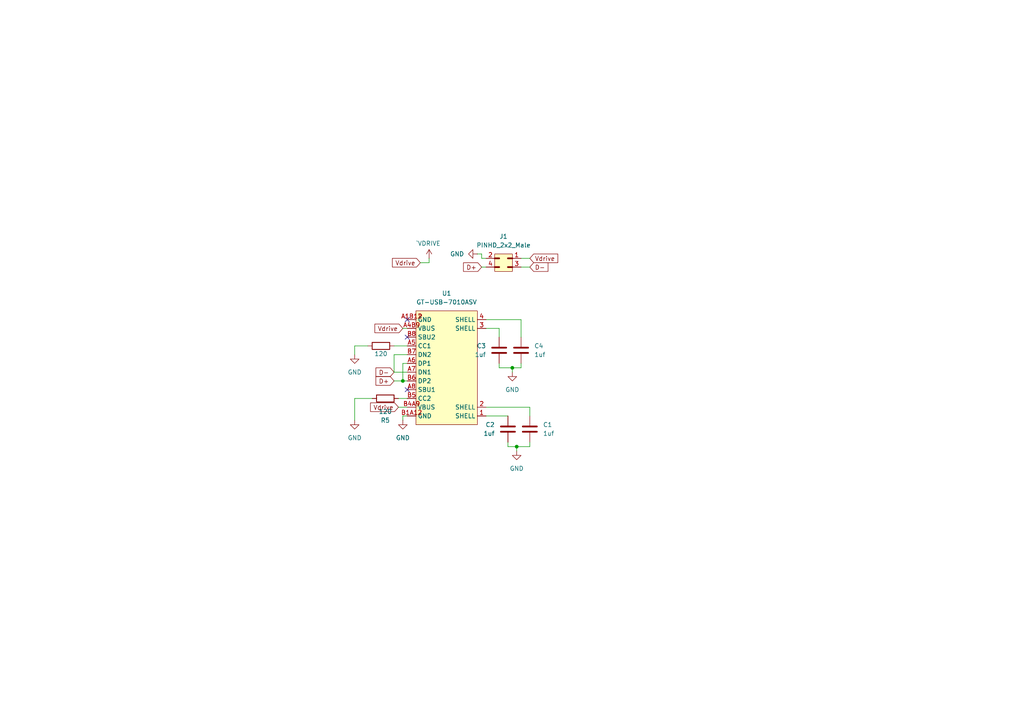
<source format=kicad_sch>
(kicad_sch
	(version 20250114)
	(generator "eeschema")
	(generator_version "9.0")
	(uuid "a11c3e2f-3d6f-4449-8a22-71a3edacc0ab")
	(paper "A4")
	(lib_symbols
		(symbol "Device:C"
			(pin_numbers
				(hide yes)
			)
			(pin_names
				(offset 0.254)
			)
			(exclude_from_sim no)
			(in_bom yes)
			(on_board yes)
			(property "Reference" "C"
				(at 0.635 2.54 0)
				(effects
					(font
						(size 1.27 1.27)
					)
					(justify left)
				)
			)
			(property "Value" "C"
				(at 0.635 -2.54 0)
				(effects
					(font
						(size 1.27 1.27)
					)
					(justify left)
				)
			)
			(property "Footprint" ""
				(at 0.9652 -3.81 0)
				(effects
					(font
						(size 1.27 1.27)
					)
					(hide yes)
				)
			)
			(property "Datasheet" "~"
				(at 0 0 0)
				(effects
					(font
						(size 1.27 1.27)
					)
					(hide yes)
				)
			)
			(property "Description" "Unpolarized capacitor"
				(at 0 0 0)
				(effects
					(font
						(size 1.27 1.27)
					)
					(hide yes)
				)
			)
			(property "ki_keywords" "cap capacitor"
				(at 0 0 0)
				(effects
					(font
						(size 1.27 1.27)
					)
					(hide yes)
				)
			)
			(property "ki_fp_filters" "C_*"
				(at 0 0 0)
				(effects
					(font
						(size 1.27 1.27)
					)
					(hide yes)
				)
			)
			(symbol "C_0_1"
				(polyline
					(pts
						(xy -2.032 0.762) (xy 2.032 0.762)
					)
					(stroke
						(width 0.508)
						(type default)
					)
					(fill
						(type none)
					)
				)
				(polyline
					(pts
						(xy -2.032 -0.762) (xy 2.032 -0.762)
					)
					(stroke
						(width 0.508)
						(type default)
					)
					(fill
						(type none)
					)
				)
			)
			(symbol "C_1_1"
				(pin passive line
					(at 0 3.81 270)
					(length 2.794)
					(name "~"
						(effects
							(font
								(size 1.27 1.27)
							)
						)
					)
					(number "1"
						(effects
							(font
								(size 1.27 1.27)
							)
						)
					)
				)
				(pin passive line
					(at 0 -3.81 90)
					(length 2.794)
					(name "~"
						(effects
							(font
								(size 1.27 1.27)
							)
						)
					)
					(number "2"
						(effects
							(font
								(size 1.27 1.27)
							)
						)
					)
				)
			)
			(embedded_fonts no)
		)
		(symbol "Device:R"
			(pin_numbers
				(hide yes)
			)
			(pin_names
				(offset 0)
			)
			(exclude_from_sim no)
			(in_bom yes)
			(on_board yes)
			(property "Reference" "R"
				(at 2.032 0 90)
				(effects
					(font
						(size 1.27 1.27)
					)
				)
			)
			(property "Value" "R"
				(at 0 0 90)
				(effects
					(font
						(size 1.27 1.27)
					)
				)
			)
			(property "Footprint" ""
				(at -1.778 0 90)
				(effects
					(font
						(size 1.27 1.27)
					)
					(hide yes)
				)
			)
			(property "Datasheet" "~"
				(at 0 0 0)
				(effects
					(font
						(size 1.27 1.27)
					)
					(hide yes)
				)
			)
			(property "Description" "Resistor"
				(at 0 0 0)
				(effects
					(font
						(size 1.27 1.27)
					)
					(hide yes)
				)
			)
			(property "ki_keywords" "R res resistor"
				(at 0 0 0)
				(effects
					(font
						(size 1.27 1.27)
					)
					(hide yes)
				)
			)
			(property "ki_fp_filters" "R_*"
				(at 0 0 0)
				(effects
					(font
						(size 1.27 1.27)
					)
					(hide yes)
				)
			)
			(symbol "R_0_1"
				(rectangle
					(start -1.016 -2.54)
					(end 1.016 2.54)
					(stroke
						(width 0.254)
						(type default)
					)
					(fill
						(type none)
					)
				)
			)
			(symbol "R_1_1"
				(pin passive line
					(at 0 3.81 270)
					(length 1.27)
					(name "~"
						(effects
							(font
								(size 1.27 1.27)
							)
						)
					)
					(number "1"
						(effects
							(font
								(size 1.27 1.27)
							)
						)
					)
				)
				(pin passive line
					(at 0 -3.81 90)
					(length 1.27)
					(name "~"
						(effects
							(font
								(size 1.27 1.27)
							)
						)
					)
					(number "2"
						(effects
							(font
								(size 1.27 1.27)
							)
						)
					)
				)
			)
			(embedded_fonts no)
		)
		(symbol "EasyEDA:GND"
			(power)
			(pin_numbers
				(hide yes)
			)
			(pin_names
				(offset 0)
				(hide yes)
			)
			(exclude_from_sim no)
			(in_bom yes)
			(on_board yes)
			(property "Reference" "#PWR"
				(at 0 -6.35 0)
				(effects
					(font
						(size 1.27 1.27)
					)
					(hide yes)
				)
			)
			(property "Value" "GND"
				(at 0 -3.81 0)
				(effects
					(font
						(size 1.27 1.27)
					)
				)
			)
			(property "Footprint" ""
				(at 0 0 0)
				(effects
					(font
						(size 1.27 1.27)
					)
					(hide yes)
				)
			)
			(property "Datasheet" ""
				(at 0 0 0)
				(effects
					(font
						(size 1.27 1.27)
					)
					(hide yes)
				)
			)
			(property "Description" "Power symbol creates a global label with name \"GND\" , ground"
				(at 0 0 0)
				(effects
					(font
						(size 1.27 1.27)
					)
					(hide yes)
				)
			)
			(property "ki_keywords" "global power"
				(at 0 0 0)
				(effects
					(font
						(size 1.27 1.27)
					)
					(hide yes)
				)
			)
			(symbol "GND_0_1"
				(polyline
					(pts
						(xy 0 0) (xy 0 -1.27) (xy 1.27 -1.27) (xy 0 -2.54) (xy -1.27 -1.27) (xy 0 -1.27)
					)
					(stroke
						(width 0)
						(type default)
					)
					(fill
						(type none)
					)
				)
			)
			(symbol "GND_1_1"
				(pin power_in line
					(at 0 0 270)
					(length 0)
					(name "~"
						(effects
							(font
								(size 1.27 1.27)
							)
						)
					)
					(number "1"
						(effects
							(font
								(size 1.27 1.27)
							)
						)
					)
				)
			)
			(embedded_fonts no)
		)
		(symbol "EasyEDA:GT-USB-7010ASV"
			(exclude_from_sim no)
			(in_bom yes)
			(on_board yes)
			(property "Reference" "U"
				(at 0 20.32 0)
				(effects
					(font
						(size 1.27 1.27)
					)
				)
			)
			(property "Value" "GT-USB-7010ASV"
				(at 0 -17.78 0)
				(effects
					(font
						(size 1.27 1.27)
					)
				)
			)
			(property "Footprint" "EasyEDA:USB-C-SMD_G-SWITCH_GT-USB-7010ASV"
				(at 0 -20.32 0)
				(effects
					(font
						(size 1.27 1.27)
					)
					(hide yes)
				)
			)
			(property "Datasheet" ""
				(at 0 0 0)
				(effects
					(font
						(size 1.27 1.27)
					)
					(hide yes)
				)
			)
			(property "Description" ""
				(at 0 0 0)
				(effects
					(font
						(size 1.27 1.27)
					)
					(hide yes)
				)
			)
			(property "LCSC Part" "C2988369"
				(at 0 -22.86 0)
				(effects
					(font
						(size 1.27 1.27)
					)
					(hide yes)
				)
			)
			(symbol "GT-USB-7010ASV_0_1"
				(rectangle
					(start -10.16 17.78)
					(end 7.62 -15.24)
					(stroke
						(width 0)
						(type default)
					)
					(fill
						(type background)
					)
				)
				(circle
					(center -8.89 16.51)
					(radius 0.38)
					(stroke
						(width 0)
						(type default)
					)
					(fill
						(type none)
					)
				)
				(pin unspecified line
					(at -12.7 15.24 0)
					(length 2.54)
					(name "GND"
						(effects
							(font
								(size 1.27 1.27)
							)
						)
					)
					(number "A1B12"
						(effects
							(font
								(size 1.27 1.27)
							)
						)
					)
				)
				(pin unspecified line
					(at -12.7 12.7 0)
					(length 2.54)
					(name "VBUS"
						(effects
							(font
								(size 1.27 1.27)
							)
						)
					)
					(number "A4B9"
						(effects
							(font
								(size 1.27 1.27)
							)
						)
					)
				)
				(pin unspecified line
					(at -12.7 10.16 0)
					(length 2.54)
					(name "SBU2"
						(effects
							(font
								(size 1.27 1.27)
							)
						)
					)
					(number "B8"
						(effects
							(font
								(size 1.27 1.27)
							)
						)
					)
				)
				(pin unspecified line
					(at -12.7 7.62 0)
					(length 2.54)
					(name "CC1"
						(effects
							(font
								(size 1.27 1.27)
							)
						)
					)
					(number "A5"
						(effects
							(font
								(size 1.27 1.27)
							)
						)
					)
				)
				(pin unspecified line
					(at -12.7 5.08 0)
					(length 2.54)
					(name "DN2"
						(effects
							(font
								(size 1.27 1.27)
							)
						)
					)
					(number "B7"
						(effects
							(font
								(size 1.27 1.27)
							)
						)
					)
				)
				(pin unspecified line
					(at -12.7 2.54 0)
					(length 2.54)
					(name "DP1"
						(effects
							(font
								(size 1.27 1.27)
							)
						)
					)
					(number "A6"
						(effects
							(font
								(size 1.27 1.27)
							)
						)
					)
				)
				(pin unspecified line
					(at -12.7 0 0)
					(length 2.54)
					(name "DN1"
						(effects
							(font
								(size 1.27 1.27)
							)
						)
					)
					(number "A7"
						(effects
							(font
								(size 1.27 1.27)
							)
						)
					)
				)
				(pin unspecified line
					(at -12.7 -2.54 0)
					(length 2.54)
					(name "DP2"
						(effects
							(font
								(size 1.27 1.27)
							)
						)
					)
					(number "B6"
						(effects
							(font
								(size 1.27 1.27)
							)
						)
					)
				)
				(pin unspecified line
					(at -12.7 -5.08 0)
					(length 2.54)
					(name "SBU1"
						(effects
							(font
								(size 1.27 1.27)
							)
						)
					)
					(number "A8"
						(effects
							(font
								(size 1.27 1.27)
							)
						)
					)
				)
				(pin unspecified line
					(at -12.7 -7.62 0)
					(length 2.54)
					(name "CC2"
						(effects
							(font
								(size 1.27 1.27)
							)
						)
					)
					(number "B5"
						(effects
							(font
								(size 1.27 1.27)
							)
						)
					)
				)
				(pin unspecified line
					(at -12.7 -10.16 0)
					(length 2.54)
					(name "VBUS"
						(effects
							(font
								(size 1.27 1.27)
							)
						)
					)
					(number "B4A9"
						(effects
							(font
								(size 1.27 1.27)
							)
						)
					)
				)
				(pin unspecified line
					(at -12.7 -12.7 0)
					(length 2.54)
					(name "GND"
						(effects
							(font
								(size 1.27 1.27)
							)
						)
					)
					(number "B1A12"
						(effects
							(font
								(size 1.27 1.27)
							)
						)
					)
				)
				(pin unspecified line
					(at 10.16 15.24 180)
					(length 2.54)
					(name "SHELL"
						(effects
							(font
								(size 1.27 1.27)
							)
						)
					)
					(number "4"
						(effects
							(font
								(size 1.27 1.27)
							)
						)
					)
				)
				(pin unspecified line
					(at 10.16 12.7 180)
					(length 2.54)
					(name "SHELL"
						(effects
							(font
								(size 1.27 1.27)
							)
						)
					)
					(number "3"
						(effects
							(font
								(size 1.27 1.27)
							)
						)
					)
				)
				(pin unspecified line
					(at 10.16 -10.16 180)
					(length 2.54)
					(name "SHELL"
						(effects
							(font
								(size 1.27 1.27)
							)
						)
					)
					(number "2"
						(effects
							(font
								(size 1.27 1.27)
							)
						)
					)
				)
				(pin unspecified line
					(at 10.16 -12.7 180)
					(length 2.54)
					(name "SHELL"
						(effects
							(font
								(size 1.27 1.27)
							)
						)
					)
					(number "1"
						(effects
							(font
								(size 1.27 1.27)
							)
						)
					)
				)
			)
			(embedded_fonts no)
		)
		(symbol "PCM_SL_Pin_Headers:PINHD_2x2_Male"
			(exclude_from_sim no)
			(in_bom yes)
			(on_board yes)
			(property "Reference" "J"
				(at -1.27 6.35 0)
				(effects
					(font
						(size 1.27 1.27)
					)
				)
			)
			(property "Value" "PINHD_2x2_Male"
				(at -1.27 3.81 0)
				(effects
					(font
						(size 1.27 1.27)
					)
				)
			)
			(property "Footprint" "Connector_PinHeader_2.54mm:PinHeader_2x02_P2.54mm_Vertical"
				(at 0 -3.81 0)
				(effects
					(font
						(size 1.27 1.27)
					)
					(hide yes)
				)
			)
			(property "Datasheet" ""
				(at -1.27 7.62 0)
				(effects
					(font
						(size 1.27 1.27)
					)
					(hide yes)
				)
			)
			(property "Description" "Pin Header male with pin space 2.54mm. Pin Count -4"
				(at 0 0 0)
				(effects
					(font
						(size 1.27 1.27)
					)
					(hide yes)
				)
			)
			(property "ki_keywords" "Pin Header"
				(at 0 0 0)
				(effects
					(font
						(size 1.27 1.27)
					)
					(hide yes)
				)
			)
			(property "ki_fp_filters" "PinHeader_2x02_P2.54mm*"
				(at 0 0 0)
				(effects
					(font
						(size 1.27 1.27)
					)
					(hide yes)
				)
			)
			(symbol "PINHD_2x2_Male_0_1"
				(rectangle
					(start -2.54 2.54)
					(end 2.54 -2.54)
					(stroke
						(width 0)
						(type default)
					)
					(fill
						(type background)
					)
				)
				(polyline
					(pts
						(xy -2.54 1.27) (xy -1.27 1.27)
					)
					(stroke
						(width 0.5)
						(type default)
					)
					(fill
						(type none)
					)
				)
				(polyline
					(pts
						(xy -2.54 -1.27) (xy -1.27 -1.27)
					)
					(stroke
						(width 0.3)
						(type default)
					)
					(fill
						(type none)
					)
				)
				(polyline
					(pts
						(xy -2.54 -1.27) (xy -1.27 -1.27)
					)
					(stroke
						(width 0.5)
						(type default)
					)
					(fill
						(type none)
					)
				)
				(polyline
					(pts
						(xy 1.27 1.27) (xy 2.54 1.27)
					)
					(stroke
						(width 0.5)
						(type default)
					)
					(fill
						(type none)
					)
				)
				(polyline
					(pts
						(xy 1.27 -1.27) (xy 2.54 -1.27)
					)
					(stroke
						(width 0.5)
						(type default)
					)
					(fill
						(type none)
					)
				)
			)
			(symbol "PINHD_2x2_Male_1_1"
				(pin passive line
					(at -5.08 1.27 0)
					(length 2.54)
					(name ""
						(effects
							(font
								(size 1.27 1.27)
							)
						)
					)
					(number "1"
						(effects
							(font
								(size 1.27 1.27)
							)
						)
					)
				)
				(pin passive line
					(at -5.08 -1.27 0)
					(length 2.54)
					(name ""
						(effects
							(font
								(size 1.27 1.27)
							)
						)
					)
					(number "3"
						(effects
							(font
								(size 1.27 1.27)
							)
						)
					)
				)
				(pin passive line
					(at 5.08 1.27 180)
					(length 2.54)
					(name ""
						(effects
							(font
								(size 1.27 1.27)
							)
						)
					)
					(number "2"
						(effects
							(font
								(size 1.27 1.27)
							)
						)
					)
				)
				(pin passive line
					(at 5.08 -1.27 180)
					(length 2.54)
					(name ""
						(effects
							(font
								(size 1.27 1.27)
							)
						)
					)
					(number "4"
						(effects
							(font
								(size 1.27 1.27)
							)
						)
					)
				)
			)
			(embedded_fonts no)
		)
		(symbol "power:+5V"
			(power)
			(pin_numbers
				(hide yes)
			)
			(pin_names
				(offset 0)
				(hide yes)
			)
			(exclude_from_sim no)
			(in_bom yes)
			(on_board yes)
			(property "Reference" "#PWR"
				(at 0 -3.81 0)
				(effects
					(font
						(size 1.27 1.27)
					)
					(hide yes)
				)
			)
			(property "Value" "+5V"
				(at 0 3.556 0)
				(effects
					(font
						(size 1.27 1.27)
					)
				)
			)
			(property "Footprint" ""
				(at 0 0 0)
				(effects
					(font
						(size 1.27 1.27)
					)
					(hide yes)
				)
			)
			(property "Datasheet" ""
				(at 0 0 0)
				(effects
					(font
						(size 1.27 1.27)
					)
					(hide yes)
				)
			)
			(property "Description" "Power symbol creates a global label with name \"+5V\""
				(at 0 0 0)
				(effects
					(font
						(size 1.27 1.27)
					)
					(hide yes)
				)
			)
			(property "ki_keywords" "global power"
				(at 0 0 0)
				(effects
					(font
						(size 1.27 1.27)
					)
					(hide yes)
				)
			)
			(symbol "+5V_0_1"
				(polyline
					(pts
						(xy -0.762 1.27) (xy 0 2.54)
					)
					(stroke
						(width 0)
						(type default)
					)
					(fill
						(type none)
					)
				)
				(polyline
					(pts
						(xy 0 2.54) (xy 0.762 1.27)
					)
					(stroke
						(width 0)
						(type default)
					)
					(fill
						(type none)
					)
				)
				(polyline
					(pts
						(xy 0 0) (xy 0 2.54)
					)
					(stroke
						(width 0)
						(type default)
					)
					(fill
						(type none)
					)
				)
			)
			(symbol "+5V_1_1"
				(pin power_in line
					(at 0 0 90)
					(length 0)
					(name "~"
						(effects
							(font
								(size 1.27 1.27)
							)
						)
					)
					(number "1"
						(effects
							(font
								(size 1.27 1.27)
							)
						)
					)
				)
			)
			(embedded_fonts no)
		)
	)
	(junction
		(at 116.84 110.49)
		(diameter 0)
		(color 0 0 0 0)
		(uuid "8734ace3-440c-4de7-9011-0e754d8a4397")
	)
	(junction
		(at 148.59 106.68)
		(diameter 0)
		(color 0 0 0 0)
		(uuid "c424e011-2f3e-4f0f-ab29-08c8032980c5")
	)
	(junction
		(at 149.86 129.54)
		(diameter 0)
		(color 0 0 0 0)
		(uuid "ef45c17f-126c-449f-9b07-205456e5fb1e")
	)
	(no_connect
		(at 118.11 113.03)
		(uuid "3fd6e97a-7d43-456f-92ad-f494e05388cd")
	)
	(no_connect
		(at 118.11 92.71)
		(uuid "9d95ee0d-0b14-474a-af70-aac974c89386")
	)
	(no_connect
		(at 118.11 97.79)
		(uuid "ad221e17-f272-4e58-9c99-eb476d2e6208")
	)
	(wire
		(pts
			(xy 151.13 106.68) (xy 151.13 105.41)
		)
		(stroke
			(width 0)
			(type default)
		)
		(uuid "06ed633e-0e1d-4904-a5d8-9e2d83881395")
	)
	(wire
		(pts
			(xy 116.84 110.49) (xy 116.84 105.41)
		)
		(stroke
			(width 0)
			(type default)
		)
		(uuid "0871e033-1487-4f1c-aa06-707b25d55005")
	)
	(wire
		(pts
			(xy 139.7 74.93) (xy 139.7 73.66)
		)
		(stroke
			(width 0)
			(type default)
		)
		(uuid "0c28bc46-e984-4922-9831-1c2ff26e1754")
	)
	(wire
		(pts
			(xy 116.84 95.25) (xy 118.11 95.25)
		)
		(stroke
			(width 0)
			(type default)
		)
		(uuid "15bde3c6-10d9-40a6-8d6d-0cbb5474ba31")
	)
	(wire
		(pts
			(xy 140.97 92.71) (xy 151.13 92.71)
		)
		(stroke
			(width 0)
			(type default)
		)
		(uuid "1ae4b8b1-d81f-475a-8728-0de995d8d00a")
	)
	(wire
		(pts
			(xy 144.78 105.41) (xy 144.78 106.68)
		)
		(stroke
			(width 0)
			(type default)
		)
		(uuid "1db6b880-11e2-4109-8aeb-e9a518adad01")
	)
	(wire
		(pts
			(xy 107.95 115.57) (xy 102.87 115.57)
		)
		(stroke
			(width 0)
			(type default)
		)
		(uuid "1f655b52-a6b4-475b-acac-a5d72885c5b8")
	)
	(wire
		(pts
			(xy 124.46 76.2) (xy 121.92 76.2)
		)
		(stroke
			(width 0)
			(type default)
		)
		(uuid "24869af5-3b4b-47c7-ae3a-cdd30cd022e5")
	)
	(wire
		(pts
			(xy 139.7 73.66) (xy 138.43 73.66)
		)
		(stroke
			(width 0)
			(type default)
		)
		(uuid "257af6bf-7ec7-4267-b8b2-59f6d7341e62")
	)
	(wire
		(pts
			(xy 147.32 129.54) (xy 149.86 129.54)
		)
		(stroke
			(width 0)
			(type default)
		)
		(uuid "26ff8223-cadc-441e-82e1-22a41019d97b")
	)
	(wire
		(pts
			(xy 153.67 128.27) (xy 153.67 129.54)
		)
		(stroke
			(width 0)
			(type default)
		)
		(uuid "28f814a5-3624-4ac9-9c97-b362cc6c7316")
	)
	(wire
		(pts
			(xy 148.59 106.68) (xy 151.13 106.68)
		)
		(stroke
			(width 0)
			(type default)
		)
		(uuid "2c3c45d8-2b01-44f5-8f08-4bd3bf045b73")
	)
	(wire
		(pts
			(xy 140.97 120.65) (xy 147.32 120.65)
		)
		(stroke
			(width 0)
			(type default)
		)
		(uuid "38471302-5a39-40a2-8ed5-71f296ad94f8")
	)
	(wire
		(pts
			(xy 114.3 102.87) (xy 114.3 107.95)
		)
		(stroke
			(width 0)
			(type default)
		)
		(uuid "397d34a5-60dc-41b9-93fa-c8cdf0704d16")
	)
	(wire
		(pts
			(xy 116.84 105.41) (xy 118.11 105.41)
		)
		(stroke
			(width 0)
			(type default)
		)
		(uuid "51d3a421-efc4-4c40-baa7-5a1cd1f758c6")
	)
	(wire
		(pts
			(xy 124.46 74.93) (xy 124.46 76.2)
		)
		(stroke
			(width 0)
			(type default)
		)
		(uuid "5268d967-2610-4d01-95ca-4e9ad3c4110b")
	)
	(wire
		(pts
			(xy 118.11 120.65) (xy 116.84 120.65)
		)
		(stroke
			(width 0)
			(type default)
		)
		(uuid "63ee7e96-d389-4153-8d56-fd3763661e7a")
	)
	(wire
		(pts
			(xy 148.59 107.95) (xy 148.59 106.68)
		)
		(stroke
			(width 0)
			(type default)
		)
		(uuid "730e9c23-e8e0-4524-800f-35f2322a272c")
	)
	(wire
		(pts
			(xy 147.32 128.27) (xy 147.32 129.54)
		)
		(stroke
			(width 0)
			(type default)
		)
		(uuid "76ac8976-c426-4e6a-8bb0-d989da9d6749")
	)
	(wire
		(pts
			(xy 153.67 118.11) (xy 140.97 118.11)
		)
		(stroke
			(width 0)
			(type default)
		)
		(uuid "7ee5f186-5ea5-4255-bd86-d22c992bbb0c")
	)
	(wire
		(pts
			(xy 151.13 74.93) (xy 153.67 74.93)
		)
		(stroke
			(width 0)
			(type default)
		)
		(uuid "8bd88297-a553-4659-b484-42400fd6b56e")
	)
	(wire
		(pts
			(xy 139.7 77.47) (xy 140.97 77.47)
		)
		(stroke
			(width 0)
			(type default)
		)
		(uuid "9c6f6ac4-68d6-472a-8520-8ee3057ba50b")
	)
	(wire
		(pts
			(xy 151.13 92.71) (xy 151.13 97.79)
		)
		(stroke
			(width 0)
			(type default)
		)
		(uuid "9d4cbb0d-8efa-4d54-8937-bc6b4b45ec7d")
	)
	(wire
		(pts
			(xy 144.78 97.79) (xy 144.78 95.25)
		)
		(stroke
			(width 0)
			(type default)
		)
		(uuid "9ed54a50-c422-4e58-bd58-ee1b3c63c2ac")
	)
	(wire
		(pts
			(xy 114.3 110.49) (xy 116.84 110.49)
		)
		(stroke
			(width 0)
			(type default)
		)
		(uuid "a28a680d-ea93-4526-bfc0-a01ce7a3a977")
	)
	(wire
		(pts
			(xy 144.78 106.68) (xy 148.59 106.68)
		)
		(stroke
			(width 0)
			(type default)
		)
		(uuid "a4a2e9dc-8bea-43b8-8bf1-0390aff136d6")
	)
	(wire
		(pts
			(xy 118.11 110.49) (xy 116.84 110.49)
		)
		(stroke
			(width 0)
			(type default)
		)
		(uuid "a98c77f9-fa16-4b29-82e7-f579929338c2")
	)
	(wire
		(pts
			(xy 118.11 102.87) (xy 114.3 102.87)
		)
		(stroke
			(width 0)
			(type default)
		)
		(uuid "aa9b6d18-8a71-4ffc-af54-64396c3122a2")
	)
	(wire
		(pts
			(xy 114.3 100.33) (xy 118.11 100.33)
		)
		(stroke
			(width 0)
			(type default)
		)
		(uuid "b1c63bb9-5372-4286-ae92-9083aed61d66")
	)
	(wire
		(pts
			(xy 151.13 77.47) (xy 153.67 77.47)
		)
		(stroke
			(width 0)
			(type default)
		)
		(uuid "b8fe7f93-23cd-4aff-a1da-e163d4a7e0b9")
	)
	(wire
		(pts
			(xy 102.87 115.57) (xy 102.87 121.92)
		)
		(stroke
			(width 0)
			(type default)
		)
		(uuid "b9dcb1ee-e9da-440a-900b-7c5abd485f96")
	)
	(wire
		(pts
			(xy 149.86 129.54) (xy 153.67 129.54)
		)
		(stroke
			(width 0)
			(type default)
		)
		(uuid "c01f8122-f4b7-456b-b0db-6447379cc4dc")
	)
	(wire
		(pts
			(xy 116.84 120.65) (xy 116.84 121.92)
		)
		(stroke
			(width 0)
			(type default)
		)
		(uuid "c6c25514-15b2-4653-8299-21f052b38dd0")
	)
	(wire
		(pts
			(xy 115.57 118.11) (xy 118.11 118.11)
		)
		(stroke
			(width 0)
			(type default)
		)
		(uuid "d3c8fc1d-ed42-493c-8eaf-3425e7bca3c1")
	)
	(wire
		(pts
			(xy 149.86 129.54) (xy 149.86 130.81)
		)
		(stroke
			(width 0)
			(type default)
		)
		(uuid "d8b5ac21-36d4-49c0-8a9f-aeabc27f4bcf")
	)
	(wire
		(pts
			(xy 153.67 120.65) (xy 153.67 118.11)
		)
		(stroke
			(width 0)
			(type default)
		)
		(uuid "de520342-bad9-4d33-bc1a-1531dfa2dd58")
	)
	(wire
		(pts
			(xy 102.87 100.33) (xy 102.87 102.87)
		)
		(stroke
			(width 0)
			(type default)
		)
		(uuid "e0568deb-5a44-4290-b4f6-1f4f2b15b493")
	)
	(wire
		(pts
			(xy 115.57 115.57) (xy 118.11 115.57)
		)
		(stroke
			(width 0)
			(type default)
		)
		(uuid "e6a27b5a-078b-4251-8246-bf4c6c90f8d3")
	)
	(wire
		(pts
			(xy 114.3 107.95) (xy 118.11 107.95)
		)
		(stroke
			(width 0)
			(type default)
		)
		(uuid "f7d3ac6a-2a2e-4633-8d8a-00efd5739f0a")
	)
	(wire
		(pts
			(xy 140.97 74.93) (xy 139.7 74.93)
		)
		(stroke
			(width 0)
			(type default)
		)
		(uuid "fa847d6c-faa9-446c-abfe-99f8f56fb8b6")
	)
	(wire
		(pts
			(xy 106.68 100.33) (xy 102.87 100.33)
		)
		(stroke
			(width 0)
			(type default)
		)
		(uuid "fab17f7e-de73-4f8a-adaf-444620cf7ec7")
	)
	(wire
		(pts
			(xy 144.78 95.25) (xy 140.97 95.25)
		)
		(stroke
			(width 0)
			(type default)
		)
		(uuid "fe7789ae-a008-41dd-92c0-24aea56aacb6")
	)
	(global_label "D-"
		(shape input)
		(at 114.3 107.95 180)
		(fields_autoplaced yes)
		(effects
			(font
				(size 1.27 1.27)
			)
			(justify right)
		)
		(uuid "31b1e71a-4150-4c46-9180-c64f45a25eb6")
		(property "Intersheetrefs" "${INTERSHEET_REFS}"
			(at 108.4724 107.95 0)
			(effects
				(font
					(size 1.27 1.27)
				)
				(justify right)
				(hide yes)
			)
		)
	)
	(global_label "Vdrive"
		(shape input)
		(at 153.67 74.93 0)
		(fields_autoplaced yes)
		(effects
			(font
				(size 1.27 1.27)
			)
			(justify left)
		)
		(uuid "5ec32012-513e-46d5-8345-60a17c41a90d")
		(property "Intersheetrefs" "${INTERSHEET_REFS}"
			(at 162.34 74.93 0)
			(effects
				(font
					(size 1.27 1.27)
				)
				(justify left)
				(hide yes)
			)
		)
	)
	(global_label "Vdrive"
		(shape input)
		(at 115.57 118.11 180)
		(fields_autoplaced yes)
		(effects
			(font
				(size 1.27 1.27)
			)
			(justify right)
		)
		(uuid "5fb77970-bf1c-4bba-a5f7-24dff7badef7")
		(property "Intersheetrefs" "${INTERSHEET_REFS}"
			(at 106.9 118.11 0)
			(effects
				(font
					(size 1.27 1.27)
				)
				(justify right)
				(hide yes)
			)
		)
	)
	(global_label "D+"
		(shape input)
		(at 139.7 77.47 180)
		(fields_autoplaced yes)
		(effects
			(font
				(size 1.27 1.27)
			)
			(justify right)
		)
		(uuid "852a6842-7ae8-4e2f-b6b2-2908c3b25bcb")
		(property "Intersheetrefs" "${INTERSHEET_REFS}"
			(at 133.8724 77.47 0)
			(effects
				(font
					(size 1.27 1.27)
				)
				(justify right)
				(hide yes)
			)
		)
	)
	(global_label "D-"
		(shape input)
		(at 153.67 77.47 0)
		(fields_autoplaced yes)
		(effects
			(font
				(size 1.27 1.27)
			)
			(justify left)
		)
		(uuid "91808ba3-933a-4993-af17-b2359cd229b2")
		(property "Intersheetrefs" "${INTERSHEET_REFS}"
			(at 159.4976 77.47 0)
			(effects
				(font
					(size 1.27 1.27)
				)
				(justify left)
				(hide yes)
			)
		)
	)
	(global_label "Vdrive"
		(shape input)
		(at 121.92 76.2 180)
		(fields_autoplaced yes)
		(effects
			(font
				(size 1.27 1.27)
			)
			(justify right)
		)
		(uuid "968b8ed9-3559-4dab-ba2c-fa9208a39abd")
		(property "Intersheetrefs" "${INTERSHEET_REFS}"
			(at 113.25 76.2 0)
			(effects
				(font
					(size 1.27 1.27)
				)
				(justify right)
				(hide yes)
			)
		)
	)
	(global_label "D+"
		(shape input)
		(at 114.3 110.49 180)
		(fields_autoplaced yes)
		(effects
			(font
				(size 1.27 1.27)
			)
			(justify right)
		)
		(uuid "9bf81d4d-f9b2-4619-94b0-2a94ad53e5ed")
		(property "Intersheetrefs" "${INTERSHEET_REFS}"
			(at 108.4724 110.49 0)
			(effects
				(font
					(size 1.27 1.27)
				)
				(justify right)
				(hide yes)
			)
		)
	)
	(global_label "Vdrive"
		(shape input)
		(at 116.84 95.25 180)
		(fields_autoplaced yes)
		(effects
			(font
				(size 1.27 1.27)
			)
			(justify right)
		)
		(uuid "b64d0e77-8eb9-47a8-bd07-d9ec4e1b95fd")
		(property "Intersheetrefs" "${INTERSHEET_REFS}"
			(at 108.17 95.25 0)
			(effects
				(font
					(size 1.27 1.27)
				)
				(justify right)
				(hide yes)
			)
		)
	)
	(symbol
		(lib_id "power:+5V")
		(at 124.46 74.93 0)
		(unit 1)
		(exclude_from_sim no)
		(in_bom yes)
		(on_board yes)
		(dnp no)
		(uuid "0b4718e6-8ea9-4212-97a3-d794e9dcf3af")
		(property "Reference" "#PWR03"
			(at 124.46 78.74 0)
			(effects
				(font
					(size 1.27 1.27)
				)
				(hide yes)
			)
		)
		(property "Value" "`VDRIVE"
			(at 120.65 70.612 0)
			(effects
				(font
					(size 1.27 1.27)
				)
				(justify left)
			)
		)
		(property "Footprint" ""
			(at 124.46 74.93 0)
			(effects
				(font
					(size 1.27 1.27)
				)
				(hide yes)
			)
		)
		(property "Datasheet" ""
			(at 124.46 74.93 0)
			(effects
				(font
					(size 1.27 1.27)
				)
				(hide yes)
			)
		)
		(property "Description" "Power symbol creates a global label with name \"+5V\""
			(at 124.46 74.93 0)
			(effects
				(font
					(size 1.27 1.27)
				)
				(hide yes)
			)
		)
		(pin "1"
			(uuid "9db9e80c-4444-4f65-990e-537cd314677b")
		)
		(instances
			(project "nada"
				(path "/a11c3e2f-3d6f-4449-8a22-71a3edacc0ab"
					(reference "#PWR03")
					(unit 1)
				)
			)
		)
	)
	(symbol
		(lib_id "EasyEDA:GND")
		(at 138.43 73.66 270)
		(unit 1)
		(exclude_from_sim no)
		(in_bom yes)
		(on_board yes)
		(dnp no)
		(fields_autoplaced yes)
		(uuid "2713fec8-68fb-405c-8630-0806c302a55a")
		(property "Reference" "#PWR07"
			(at 132.08 73.66 0)
			(effects
				(font
					(size 1.27 1.27)
				)
				(hide yes)
			)
		)
		(property "Value" "GND"
			(at 134.62 73.6599 90)
			(effects
				(font
					(size 1.27 1.27)
				)
				(justify right)
			)
		)
		(property "Footprint" ""
			(at 138.43 73.66 0)
			(effects
				(font
					(size 1.27 1.27)
				)
				(hide yes)
			)
		)
		(property "Datasheet" ""
			(at 138.43 73.66 0)
			(effects
				(font
					(size 1.27 1.27)
				)
				(hide yes)
			)
		)
		(property "Description" "Power symbol creates a global label with name \"GND\" , ground"
			(at 138.43 73.66 0)
			(effects
				(font
					(size 1.27 1.27)
				)
				(hide yes)
			)
		)
		(pin "1"
			(uuid "ccc1d110-bfea-49c8-a87e-a176333aade3")
		)
		(instances
			(project "nada"
				(path "/a11c3e2f-3d6f-4449-8a22-71a3edacc0ab"
					(reference "#PWR07")
					(unit 1)
				)
			)
		)
	)
	(symbol
		(lib_id "EasyEDA:GND")
		(at 148.59 107.95 0)
		(unit 1)
		(exclude_from_sim no)
		(in_bom yes)
		(on_board yes)
		(dnp no)
		(fields_autoplaced yes)
		(uuid "2f15819b-9a37-4ee7-8fb8-6f4a92e7d54a")
		(property "Reference" "#PWR01"
			(at 148.59 114.3 0)
			(effects
				(font
					(size 1.27 1.27)
				)
				(hide yes)
			)
		)
		(property "Value" "GND"
			(at 148.59 113.03 0)
			(effects
				(font
					(size 1.27 1.27)
				)
			)
		)
		(property "Footprint" ""
			(at 148.59 107.95 0)
			(effects
				(font
					(size 1.27 1.27)
				)
				(hide yes)
			)
		)
		(property "Datasheet" ""
			(at 148.59 107.95 0)
			(effects
				(font
					(size 1.27 1.27)
				)
				(hide yes)
			)
		)
		(property "Description" "Power symbol creates a global label with name \"GND\" , ground"
			(at 148.59 107.95 0)
			(effects
				(font
					(size 1.27 1.27)
				)
				(hide yes)
			)
		)
		(pin "1"
			(uuid "62020767-2877-4c4e-85a8-88135e4bb703")
		)
		(instances
			(project "nada"
				(path "/a11c3e2f-3d6f-4449-8a22-71a3edacc0ab"
					(reference "#PWR01")
					(unit 1)
				)
			)
		)
	)
	(symbol
		(lib_id "EasyEDA:GND")
		(at 149.86 130.81 0)
		(unit 1)
		(exclude_from_sim no)
		(in_bom yes)
		(on_board yes)
		(dnp no)
		(fields_autoplaced yes)
		(uuid "3540efb6-8dd3-4031-979f-f19e4172c5c7")
		(property "Reference" "#PWR02"
			(at 149.86 137.16 0)
			(effects
				(font
					(size 1.27 1.27)
				)
				(hide yes)
			)
		)
		(property "Value" "GND"
			(at 149.86 135.89 0)
			(effects
				(font
					(size 1.27 1.27)
				)
			)
		)
		(property "Footprint" ""
			(at 149.86 130.81 0)
			(effects
				(font
					(size 1.27 1.27)
				)
				(hide yes)
			)
		)
		(property "Datasheet" ""
			(at 149.86 130.81 0)
			(effects
				(font
					(size 1.27 1.27)
				)
				(hide yes)
			)
		)
		(property "Description" "Power symbol creates a global label with name \"GND\" , ground"
			(at 149.86 130.81 0)
			(effects
				(font
					(size 1.27 1.27)
				)
				(hide yes)
			)
		)
		(pin "1"
			(uuid "a0ed567e-bc68-43a3-871a-deff4dc04180")
		)
		(instances
			(project "nada"
				(path "/a11c3e2f-3d6f-4449-8a22-71a3edacc0ab"
					(reference "#PWR02")
					(unit 1)
				)
			)
		)
	)
	(symbol
		(lib_id "Device:R")
		(at 110.49 100.33 90)
		(mirror x)
		(unit 1)
		(exclude_from_sim no)
		(in_bom yes)
		(on_board yes)
		(dnp no)
		(uuid "4c36ab48-9fff-4fba-a28c-ea9e3e7520de")
		(property "Reference" "R1"
			(at 110.49 106.68 90)
			(effects
				(font
					(size 1.27 1.27)
				)
				(hide yes)
			)
		)
		(property "Value" "120"
			(at 110.49 102.616 90)
			(effects
				(font
					(size 1.27 1.27)
				)
			)
		)
		(property "Footprint" "Resistor_SMD:R_0603_1608Metric"
			(at 110.49 98.552 90)
			(effects
				(font
					(size 1.27 1.27)
				)
				(hide yes)
			)
		)
		(property "Datasheet" "~"
			(at 110.49 100.33 0)
			(effects
				(font
					(size 1.27 1.27)
				)
				(hide yes)
			)
		)
		(property "Description" "Resistor"
			(at 110.49 100.33 0)
			(effects
				(font
					(size 1.27 1.27)
				)
				(hide yes)
			)
		)
		(pin "1"
			(uuid "bf96ad19-59df-470e-a7ce-e3b54b6b6ebf")
		)
		(pin "2"
			(uuid "1cb4f196-888d-4b48-b176-4f76039296c1")
		)
		(instances
			(project "nada"
				(path "/a11c3e2f-3d6f-4449-8a22-71a3edacc0ab"
					(reference "R1")
					(unit 1)
				)
			)
		)
	)
	(symbol
		(lib_id "EasyEDA:GT-USB-7010ASV")
		(at 130.81 107.95 0)
		(unit 1)
		(exclude_from_sim no)
		(in_bom yes)
		(on_board yes)
		(dnp no)
		(fields_autoplaced yes)
		(uuid "7127271c-c139-4182-8c8e-d98e89fba9c9")
		(property "Reference" "U1"
			(at 129.54 85.09 0)
			(effects
				(font
					(size 1.27 1.27)
				)
			)
		)
		(property "Value" "GT-USB-7010ASV"
			(at 129.54 87.63 0)
			(effects
				(font
					(size 1.27 1.27)
				)
			)
		)
		(property "Footprint" "logos:USB-C-SMDpersonalizado"
			(at 130.81 128.27 0)
			(effects
				(font
					(size 1.27 1.27)
				)
				(hide yes)
			)
		)
		(property "Datasheet" ""
			(at 130.81 107.95 0)
			(effects
				(font
					(size 1.27 1.27)
				)
				(hide yes)
			)
		)
		(property "Description" ""
			(at 130.81 107.95 0)
			(effects
				(font
					(size 1.27 1.27)
				)
				(hide yes)
			)
		)
		(property "LCSC Part" "C2988369"
			(at 130.81 130.81 0)
			(effects
				(font
					(size 1.27 1.27)
				)
				(hide yes)
			)
		)
		(pin "A5"
			(uuid "fb4b2272-6ef4-4342-b646-da10a131745f")
		)
		(pin "A7"
			(uuid "6a7eebb4-f636-45c8-bf4d-a271bf95dadc")
		)
		(pin "B6"
			(uuid "d3c04aed-632c-433f-9f17-ac7267ff1780")
		)
		(pin "B5"
			(uuid "976e3ded-29d0-4011-ba72-ff8299a4e5e0")
		)
		(pin "4"
			(uuid "c53c3b25-80cf-462e-bee3-f1e35001d323")
		)
		(pin "B1A12"
			(uuid "b67570e3-dad5-46a3-aabd-d9b6ceaa0def")
		)
		(pin "1"
			(uuid "8d60c572-f1cb-4887-9d08-9b576ed85843")
		)
		(pin "B7"
			(uuid "0199fdf4-786e-4b64-8121-43f448618e2b")
		)
		(pin "B4A9"
			(uuid "46c51219-8cea-42d0-9641-3225323f8826")
		)
		(pin "A4B9"
			(uuid "5800824e-6a88-41aa-9aed-411d534120f6")
		)
		(pin "B8"
			(uuid "bea859c8-56c4-4245-9a56-f41fe8213b34")
		)
		(pin "A8"
			(uuid "920bb705-3267-4763-b2a2-675d6a1b8712")
		)
		(pin "A1B12"
			(uuid "1117b9c7-174f-4bd3-b397-b3c2b5897a6a")
		)
		(pin "A6"
			(uuid "779752df-6a57-4db4-afc5-d4fe87caa8f3")
		)
		(pin "3"
			(uuid "d199e1b1-b0ce-47fe-a420-b86bd88b2d78")
		)
		(pin "2"
			(uuid "f845f4d6-f912-4661-a471-b65b20438dc5")
		)
		(instances
			(project "nada"
				(path "/a11c3e2f-3d6f-4449-8a22-71a3edacc0ab"
					(reference "U1")
					(unit 1)
				)
			)
		)
	)
	(symbol
		(lib_id "Device:R")
		(at 111.76 115.57 90)
		(mirror x)
		(unit 1)
		(exclude_from_sim no)
		(in_bom yes)
		(on_board yes)
		(dnp no)
		(uuid "76e97a34-32b9-40d2-996e-fd339557bac5")
		(property "Reference" "R5"
			(at 111.76 121.92 90)
			(effects
				(font
					(size 1.27 1.27)
				)
			)
		)
		(property "Value" "120"
			(at 111.76 119.38 90)
			(effects
				(font
					(size 1.27 1.27)
				)
			)
		)
		(property "Footprint" "Resistor_SMD:R_0603_1608Metric"
			(at 111.76 113.792 90)
			(effects
				(font
					(size 1.27 1.27)
				)
				(hide yes)
			)
		)
		(property "Datasheet" "~"
			(at 111.76 115.57 0)
			(effects
				(font
					(size 1.27 1.27)
				)
				(hide yes)
			)
		)
		(property "Description" "Resistor"
			(at 111.76 115.57 0)
			(effects
				(font
					(size 1.27 1.27)
				)
				(hide yes)
			)
		)
		(pin "1"
			(uuid "b68323cd-0644-4060-8c25-3b58579b495d")
		)
		(pin "2"
			(uuid "60cb7e9d-8117-49dc-8a7e-3d2b66cf18ce")
		)
		(instances
			(project "nada"
				(path "/a11c3e2f-3d6f-4449-8a22-71a3edacc0ab"
					(reference "R5")
					(unit 1)
				)
			)
		)
	)
	(symbol
		(lib_id "PCM_SL_Pin_Headers:PINHD_2x2_Male")
		(at 146.05 76.2 0)
		(mirror y)
		(unit 1)
		(exclude_from_sim no)
		(in_bom yes)
		(on_board yes)
		(dnp no)
		(uuid "7de0f52d-eafe-4ba7-a84c-cf4cce1a2fe5")
		(property "Reference" "J1"
			(at 146.05 68.58 0)
			(effects
				(font
					(size 1.27 1.27)
				)
			)
		)
		(property "Value" "PINHD_2x2_Male"
			(at 146.05 71.12 0)
			(effects
				(font
					(size 1.27 1.27)
				)
			)
		)
		(property "Footprint" "Connector_PinHeader_2.54mm:PinHeader_2x02_P2.54mm_Horizontal"
			(at 146.05 80.01 0)
			(effects
				(font
					(size 1.27 1.27)
				)
				(hide yes)
			)
		)
		(property "Datasheet" ""
			(at 147.32 68.58 0)
			(effects
				(font
					(size 1.27 1.27)
				)
				(hide yes)
			)
		)
		(property "Description" "Pin Header male with pin space 2.54mm. Pin Count -4"
			(at 146.05 76.2 0)
			(effects
				(font
					(size 1.27 1.27)
				)
				(hide yes)
			)
		)
		(pin "1"
			(uuid "08c0563d-9f62-4c2d-a979-b2313f5d0534")
		)
		(pin "2"
			(uuid "f7432b77-ed0d-407c-b380-d9e20f71e846")
		)
		(pin "4"
			(uuid "89dd1e07-9a3c-4024-a90b-59e73c71130e")
		)
		(pin "3"
			(uuid "ae95349c-0606-4535-965f-179e9e8ea642")
		)
		(instances
			(project "nada"
				(path "/a11c3e2f-3d6f-4449-8a22-71a3edacc0ab"
					(reference "J1")
					(unit 1)
				)
			)
		)
	)
	(symbol
		(lib_id "Device:C")
		(at 144.78 101.6 0)
		(mirror x)
		(unit 1)
		(exclude_from_sim no)
		(in_bom yes)
		(on_board yes)
		(dnp no)
		(uuid "8a5b35e0-0733-443a-8530-d44d99ab77f9")
		(property "Reference" "C3"
			(at 140.97 100.3299 0)
			(effects
				(font
					(size 1.27 1.27)
				)
				(justify right)
			)
		)
		(property "Value" "1uf"
			(at 140.97 102.8699 0)
			(effects
				(font
					(size 1.27 1.27)
				)
				(justify right)
			)
		)
		(property "Footprint" "Capacitor_SMD:C_0603_1608Metric"
			(at 145.7452 97.79 0)
			(effects
				(font
					(size 1.27 1.27)
				)
				(hide yes)
			)
		)
		(property "Datasheet" "~"
			(at 144.78 101.6 0)
			(effects
				(font
					(size 1.27 1.27)
				)
				(hide yes)
			)
		)
		(property "Description" "Unpolarized capacitor"
			(at 144.78 101.6 0)
			(effects
				(font
					(size 1.27 1.27)
				)
				(hide yes)
			)
		)
		(pin "2"
			(uuid "cced0eae-80de-4b60-8132-d6a814abd939")
		)
		(pin "1"
			(uuid "77f038d6-64af-40a8-bf4a-9dee62de7faf")
		)
		(instances
			(project "nada"
				(path "/a11c3e2f-3d6f-4449-8a22-71a3edacc0ab"
					(reference "C3")
					(unit 1)
				)
			)
		)
	)
	(symbol
		(lib_id "Device:C")
		(at 153.67 124.46 0)
		(unit 1)
		(exclude_from_sim no)
		(in_bom yes)
		(on_board yes)
		(dnp no)
		(fields_autoplaced yes)
		(uuid "8fc326c1-193b-461e-8549-7d24a9a5f1bf")
		(property "Reference" "C1"
			(at 157.48 123.1899 0)
			(effects
				(font
					(size 1.27 1.27)
				)
				(justify left)
			)
		)
		(property "Value" "1uf"
			(at 157.48 125.7299 0)
			(effects
				(font
					(size 1.27 1.27)
				)
				(justify left)
			)
		)
		(property "Footprint" "Capacitor_SMD:C_0603_1608Metric"
			(at 154.6352 128.27 0)
			(effects
				(font
					(size 1.27 1.27)
				)
				(hide yes)
			)
		)
		(property "Datasheet" "~"
			(at 153.67 124.46 0)
			(effects
				(font
					(size 1.27 1.27)
				)
				(hide yes)
			)
		)
		(property "Description" "Unpolarized capacitor"
			(at 153.67 124.46 0)
			(effects
				(font
					(size 1.27 1.27)
				)
				(hide yes)
			)
		)
		(pin "2"
			(uuid "99bc1013-2498-46bd-9a26-b0afbab53a61")
		)
		(pin "1"
			(uuid "e91f958a-fcb3-4f59-a363-8bc42ae4b1a2")
		)
		(instances
			(project "nada"
				(path "/a11c3e2f-3d6f-4449-8a22-71a3edacc0ab"
					(reference "C1")
					(unit 1)
				)
			)
		)
	)
	(symbol
		(lib_id "Device:C")
		(at 151.13 101.6 180)
		(unit 1)
		(exclude_from_sim no)
		(in_bom yes)
		(on_board yes)
		(dnp no)
		(uuid "95406d54-f782-48b7-a4d7-49c5395c47eb")
		(property "Reference" "C4"
			(at 154.94 100.3299 0)
			(effects
				(font
					(size 1.27 1.27)
				)
				(justify right)
			)
		)
		(property "Value" "1uf"
			(at 154.94 102.8699 0)
			(effects
				(font
					(size 1.27 1.27)
				)
				(justify right)
			)
		)
		(property "Footprint" "Capacitor_SMD:C_0603_1608Metric"
			(at 150.1648 97.79 0)
			(effects
				(font
					(size 1.27 1.27)
				)
				(hide yes)
			)
		)
		(property "Datasheet" "~"
			(at 151.13 101.6 0)
			(effects
				(font
					(size 1.27 1.27)
				)
				(hide yes)
			)
		)
		(property "Description" "Unpolarized capacitor"
			(at 151.13 101.6 0)
			(effects
				(font
					(size 1.27 1.27)
				)
				(hide yes)
			)
		)
		(pin "2"
			(uuid "f12904f1-086c-48dd-bde3-d9cac16e6a47")
		)
		(pin "1"
			(uuid "0d7fda8f-2370-4a88-b501-2e3d648c7910")
		)
		(instances
			(project "nada"
				(path "/a11c3e2f-3d6f-4449-8a22-71a3edacc0ab"
					(reference "C4")
					(unit 1)
				)
			)
		)
	)
	(symbol
		(lib_id "Device:C")
		(at 147.32 124.46 0)
		(mirror x)
		(unit 1)
		(exclude_from_sim no)
		(in_bom yes)
		(on_board yes)
		(dnp no)
		(uuid "a040fb2c-8bec-4f54-b6fc-5bdfaa16f39e")
		(property "Reference" "C2"
			(at 143.51 123.1899 0)
			(effects
				(font
					(size 1.27 1.27)
				)
				(justify right)
			)
		)
		(property "Value" "1uf"
			(at 143.51 125.7299 0)
			(effects
				(font
					(size 1.27 1.27)
				)
				(justify right)
			)
		)
		(property "Footprint" "Capacitor_SMD:C_0603_1608Metric"
			(at 148.2852 120.65 0)
			(effects
				(font
					(size 1.27 1.27)
				)
				(hide yes)
			)
		)
		(property "Datasheet" "~"
			(at 147.32 124.46 0)
			(effects
				(font
					(size 1.27 1.27)
				)
				(hide yes)
			)
		)
		(property "Description" "Unpolarized capacitor"
			(at 147.32 124.46 0)
			(effects
				(font
					(size 1.27 1.27)
				)
				(hide yes)
			)
		)
		(pin "2"
			(uuid "de830883-f827-4ae8-b90c-64794d8ad8af")
		)
		(pin "1"
			(uuid "f28098f4-a0fc-456b-9b46-de5827597685")
		)
		(instances
			(project "nada"
				(path "/a11c3e2f-3d6f-4449-8a22-71a3edacc0ab"
					(reference "C2")
					(unit 1)
				)
			)
		)
	)
	(symbol
		(lib_id "EasyEDA:GND")
		(at 116.84 121.92 0)
		(unit 1)
		(exclude_from_sim no)
		(in_bom yes)
		(on_board yes)
		(dnp no)
		(fields_autoplaced yes)
		(uuid "ad974194-ae1b-4847-bab6-1f44b5fe5ba0")
		(property "Reference" "#PWR04"
			(at 116.84 128.27 0)
			(effects
				(font
					(size 1.27 1.27)
				)
				(hide yes)
			)
		)
		(property "Value" "GND"
			(at 116.84 127 0)
			(effects
				(font
					(size 1.27 1.27)
				)
			)
		)
		(property "Footprint" ""
			(at 116.84 121.92 0)
			(effects
				(font
					(size 1.27 1.27)
				)
				(hide yes)
			)
		)
		(property "Datasheet" ""
			(at 116.84 121.92 0)
			(effects
				(font
					(size 1.27 1.27)
				)
				(hide yes)
			)
		)
		(property "Description" "Power symbol creates a global label with name \"GND\" , ground"
			(at 116.84 121.92 0)
			(effects
				(font
					(size 1.27 1.27)
				)
				(hide yes)
			)
		)
		(pin "1"
			(uuid "661eb9cb-e9df-41f7-b684-94b4e12d256e")
		)
		(instances
			(project "nada"
				(path "/a11c3e2f-3d6f-4449-8a22-71a3edacc0ab"
					(reference "#PWR04")
					(unit 1)
				)
			)
		)
	)
	(symbol
		(lib_id "EasyEDA:GND")
		(at 102.87 102.87 0)
		(unit 1)
		(exclude_from_sim no)
		(in_bom yes)
		(on_board yes)
		(dnp no)
		(fields_autoplaced yes)
		(uuid "c14a373a-798c-4dc6-9aca-5db16c1251cc")
		(property "Reference" "#PWR06"
			(at 102.87 109.22 0)
			(effects
				(font
					(size 1.27 1.27)
				)
				(hide yes)
			)
		)
		(property "Value" "GND"
			(at 102.87 107.95 0)
			(effects
				(font
					(size 1.27 1.27)
				)
			)
		)
		(property "Footprint" ""
			(at 102.87 102.87 0)
			(effects
				(font
					(size 1.27 1.27)
				)
				(hide yes)
			)
		)
		(property "Datasheet" ""
			(at 102.87 102.87 0)
			(effects
				(font
					(size 1.27 1.27)
				)
				(hide yes)
			)
		)
		(property "Description" "Power symbol creates a global label with name \"GND\" , ground"
			(at 102.87 102.87 0)
			(effects
				(font
					(size 1.27 1.27)
				)
				(hide yes)
			)
		)
		(pin "1"
			(uuid "f4216855-ac7e-405b-b2dd-a6ad778df14c")
		)
		(instances
			(project "nada"
				(path "/a11c3e2f-3d6f-4449-8a22-71a3edacc0ab"
					(reference "#PWR06")
					(unit 1)
				)
			)
		)
	)
	(symbol
		(lib_id "EasyEDA:GND")
		(at 102.87 121.92 0)
		(unit 1)
		(exclude_from_sim no)
		(in_bom yes)
		(on_board yes)
		(dnp no)
		(fields_autoplaced yes)
		(uuid "dd0f31b2-5d57-42ed-a8a8-db3bb4eaaa75")
		(property "Reference" "#PWR05"
			(at 102.87 128.27 0)
			(effects
				(font
					(size 1.27 1.27)
				)
				(hide yes)
			)
		)
		(property "Value" "GND"
			(at 102.87 127 0)
			(effects
				(font
					(size 1.27 1.27)
				)
			)
		)
		(property "Footprint" ""
			(at 102.87 121.92 0)
			(effects
				(font
					(size 1.27 1.27)
				)
				(hide yes)
			)
		)
		(property "Datasheet" ""
			(at 102.87 121.92 0)
			(effects
				(font
					(size 1.27 1.27)
				)
				(hide yes)
			)
		)
		(property "Description" "Power symbol creates a global label with name \"GND\" , ground"
			(at 102.87 121.92 0)
			(effects
				(font
					(size 1.27 1.27)
				)
				(hide yes)
			)
		)
		(pin "1"
			(uuid "68abf0db-4035-4d04-a364-9ed51d4fb90b")
		)
		(instances
			(project "nada"
				(path "/a11c3e2f-3d6f-4449-8a22-71a3edacc0ab"
					(reference "#PWR05")
					(unit 1)
				)
			)
		)
	)
	(sheet_instances
		(path "/"
			(page "1")
		)
	)
	(embedded_fonts no)
)

</source>
